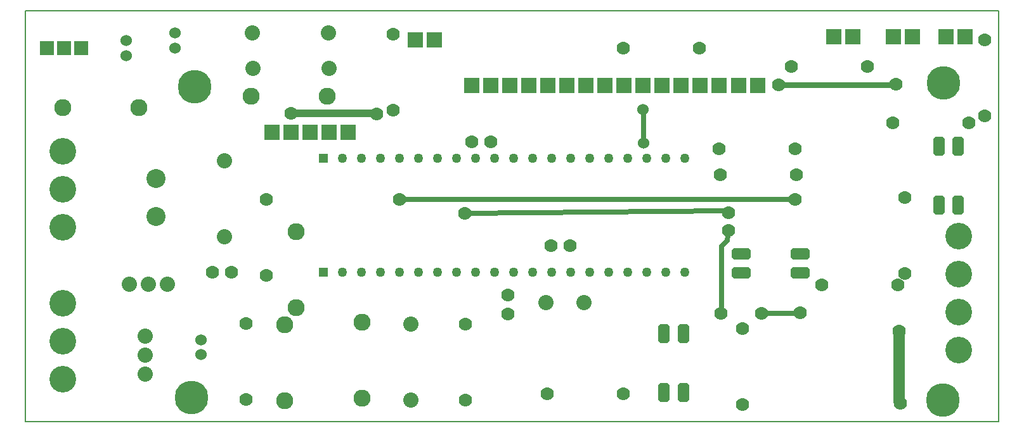
<source format=gbr>
G04 PROTEUS GERBER X2 FILE*
%TF.GenerationSoftware,Labcenter,Proteus,8.6-SP2-Build23525*%
%TF.CreationDate,2017-11-29T10:51:07+00:00*%
%TF.FileFunction,Copper,L1,Top*%
%TF.FilePolarity,Positive*%
%TF.Part,Single*%
%FSLAX45Y45*%
%MOMM*%
G01*
%TA.AperFunction,Conductor*%
%ADD10C,1.524000*%
%ADD11C,0.762000*%
%ADD12C,0.635000*%
%ADD13C,1.016000*%
%TA.AperFunction,ViaPad*%
%ADD14C,1.778000*%
%ADD15C,1.524000*%
%TA.AperFunction,ComponentPad*%
%ADD16R,1.270000X1.270000*%
%ADD17C,1.270000*%
%TA.AperFunction,ComponentPad*%
%ADD18C,3.556000*%
%TA.AperFunction,ComponentPad*%
%ADD19C,2.286000*%
%ADD70C,2.540000*%
%ADD71C,2.032000*%
%TA.AperFunction,ComponentPad*%
%ADD20R,1.905000X1.905000*%
%TA.AperFunction,ComponentPad*%
%ADD21C,1.524000*%
%ADD22C,1.778000*%
%ADD23R,2.032000X2.032000*%
%AMDIL016*
4,1,8,
-0.762000,0.965200,-0.457200,1.270000,0.457200,1.270000,0.762000,0.965200,0.762000,-0.965200,
0.457200,-1.270000,-0.457200,-1.270000,-0.762000,-0.965200,-0.762000,0.965200,
0*%
%TA.AperFunction,ComponentPad*%
%ADD24DIL016*%
%AMDIL017*
4,1,8,
-1.270000,0.457200,-0.965200,0.762000,0.965200,0.762000,1.270000,0.457200,1.270000,-0.457200,
0.965200,-0.762000,-0.965200,-0.762000,-1.270000,-0.457200,-1.270000,0.457200,
0*%
%ADD25DIL017*%
%TA.AperFunction,OtherPad,Unknown*%
%ADD26C,4.500000*%
%TA.AperFunction,Profile*%
%ADD27C,0.203200*%
%TD.AperFunction*%
D10*
X+3421061Y-2785979D02*
X+3421061Y-3736357D01*
X+3433610Y-3748906D01*
D11*
X+1807211Y+507732D02*
X+3362313Y+507732D01*
X+3373832Y+519251D01*
D12*
X+2033766Y-1024643D02*
X-3251898Y-1024643D01*
X-3253818Y-1022723D01*
D13*
X-4699000Y+124382D02*
X-3558142Y+124382D01*
X-3553607Y+119847D01*
D12*
X+10000Y-270000D02*
X+10000Y+170000D01*
X+0Y+180000D01*
X-2380000Y-1210000D02*
X+1111434Y-1177659D01*
X+1140000Y-1200000D01*
X+1140000Y-1440000D02*
X+1123949Y-1571234D01*
X+1047115Y-1648068D01*
X+1047115Y-2539625D01*
X+1040155Y-2546585D01*
X+1579578Y-2546585D02*
X+2092814Y-2546585D01*
X+2103288Y-2536111D01*
D14*
X+3421061Y-2785979D03*
X+3433610Y-3748906D03*
X+1807211Y+507732D03*
X+3373832Y+519251D03*
X-3253818Y-1022723D03*
X-3553607Y+119847D03*
D15*
X+0Y+180000D03*
D14*
X+1140000Y-1200000D03*
X+1140000Y-1440000D03*
X+1040155Y-2546585D03*
X+1579578Y-2546585D03*
X+2103288Y-2536111D03*
X+2033766Y-1024643D03*
D15*
X+10000Y-270000D03*
D14*
X-2380000Y-1210000D03*
X-4699000Y+124382D03*
D16*
X-4266000Y-2000000D03*
D17*
X-4012000Y-2000000D03*
X-3758000Y-2000000D03*
X-3504000Y-2000000D03*
X-3250000Y-2000000D03*
X-2996000Y-2000000D03*
X-2742000Y-2000000D03*
X-2488000Y-2000000D03*
X-2234000Y-2000000D03*
X-1980000Y-2000000D03*
X-1726000Y-2000000D03*
X-1472000Y-2000000D03*
X-1218000Y-2000000D03*
X-964000Y-2000000D03*
X-710000Y-2000000D03*
X-456000Y-2000000D03*
X-202000Y-2000000D03*
X+52000Y-2000000D03*
X+306000Y-2000000D03*
X+560000Y-2000000D03*
X+560000Y-476000D03*
X+306000Y-476000D03*
X+52000Y-476000D03*
X-202000Y-476000D03*
X-456000Y-476000D03*
X-710000Y-476000D03*
X-964000Y-476000D03*
X-1218000Y-476000D03*
X-1472000Y-476000D03*
X-1726000Y-476000D03*
X-1980000Y-476000D03*
X-2234000Y-476000D03*
X-2488000Y-476000D03*
X-2742000Y-476000D03*
X-2996000Y-476000D03*
X-3250000Y-476000D03*
X-3504000Y-476000D03*
X-3758000Y-476000D03*
X-4012000Y-476000D03*
D16*
X-4266000Y-476000D03*
D18*
X-7747000Y-381000D03*
X-7747000Y-889000D03*
X-7747000Y-1397000D03*
D19*
X-7750000Y+200000D03*
X-6734000Y+200000D03*
D70*
X-6500000Y-742000D03*
X-6500000Y-1250000D03*
D71*
X-5588000Y-508000D03*
X-5588000Y-1524000D03*
D20*
X-7500000Y+1000000D03*
X-7728600Y+1000000D03*
X-7957200Y+1000000D03*
D21*
X-6900000Y+1100000D03*
X-6900000Y+900000D03*
X-6250000Y+1200000D03*
X-6250000Y+1000000D03*
D71*
X-5216000Y+1200000D03*
X-4200000Y+1200000D03*
X-5207000Y+730000D03*
X-4191000Y+730000D03*
D19*
X-4220000Y+360000D03*
X-5236000Y+360000D03*
D22*
X-3340000Y+1186000D03*
X-3340000Y+170000D03*
D23*
X-3040000Y+1110000D03*
X-2786000Y+1110000D03*
D24*
X+4210000Y-310000D03*
X+3950000Y-310000D03*
X+3950000Y-1100000D03*
X+4210000Y-1100000D03*
D22*
X+4560000Y+90000D03*
X+4560000Y+1106000D03*
X+4350000Y+0D03*
X+3334000Y+0D03*
X+3500000Y-1000000D03*
X+3500000Y-2016000D03*
D23*
X+4300000Y+1150000D03*
X+4046000Y+1150000D03*
D25*
X+1310000Y-1750000D03*
X+1310000Y-2010000D03*
X+2100000Y-2010000D03*
X+2100000Y-1750000D03*
D22*
X+2384000Y-2170000D03*
X+3400000Y-2170000D03*
X+1014000Y-350000D03*
X+2030000Y-350000D03*
X+1034000Y-690000D03*
X+2050000Y-690000D03*
D23*
X+2546000Y+1150000D03*
X+2800000Y+1150000D03*
D18*
X-7747000Y-2413000D03*
X-7747000Y-2921000D03*
X-7747000Y-3429000D03*
D71*
X-6858000Y-2159000D03*
X-6604000Y-2159000D03*
X-6350000Y-2159000D03*
X-6650000Y-3358000D03*
X-6650000Y-3104000D03*
X-6650000Y-2850000D03*
D21*
X-5900000Y-2900000D03*
X-5900000Y-3100000D03*
D22*
X-5300000Y-2684000D03*
X-5300000Y-3700000D03*
D19*
X-4780000Y-2704000D03*
X-4780000Y-3720000D03*
X-4630000Y-2476000D03*
X-4630000Y-1460000D03*
X-3750000Y-3686000D03*
X-3750000Y-2670000D03*
D71*
X-3100000Y-2690000D03*
X-3100000Y-3706000D03*
D22*
X-2370000Y-2690000D03*
X-2370000Y-3706000D03*
X-5030000Y-1024000D03*
X-5030000Y-2040000D03*
X-5750000Y-2000000D03*
X-5496000Y-2000000D03*
D23*
X-4953000Y-127000D03*
X-4699000Y-127000D03*
X-4445000Y-127000D03*
X-4191000Y-127000D03*
X-3937000Y-127000D03*
D71*
X-1300000Y-2400000D03*
X-792000Y-2400000D03*
D22*
X-1800000Y-2554000D03*
X-1800000Y-2300000D03*
X-2032000Y-254000D03*
X-2286000Y-254000D03*
X-976000Y-1640000D03*
X-1230000Y-1640000D03*
D23*
X+3346000Y+1150000D03*
X+3600000Y+1150000D03*
D18*
X+4220000Y-1516000D03*
X+4220000Y-2024000D03*
X+4220000Y-2532000D03*
X+4220000Y-3040000D03*
D23*
X+1276000Y+500000D03*
X+1530000Y+500000D03*
D22*
X+1984000Y+750000D03*
X+3000000Y+750000D03*
X-266000Y+1000000D03*
X+750000Y+1000000D03*
X-1276000Y-3620000D03*
X-260000Y-3620000D03*
X+1330000Y-2754000D03*
X+1330000Y-3770000D03*
D24*
X+280000Y-3610000D03*
X+540000Y-3610000D03*
X+540000Y-2820000D03*
X+280000Y-2820000D03*
D23*
X+1012000Y+500000D03*
X+758000Y+500000D03*
X+504000Y+500000D03*
X+250000Y+500000D03*
X-4000Y+500000D03*
X-258000Y+500000D03*
X-512000Y+500000D03*
X-766000Y+500000D03*
X-1020000Y+500000D03*
X-1274000Y+500000D03*
X-1528000Y+500000D03*
X-1782000Y+500000D03*
X-2036000Y+500000D03*
X-2290000Y+500000D03*
D26*
X+4000000Y-3710000D03*
X-6030000Y-3670000D03*
X-5990000Y+480000D03*
X+4010000Y+530000D03*
D27*
X-8250000Y-4000000D02*
X+4750000Y-4000000D01*
X+4750000Y+1500000D01*
X-8250000Y+1500000D01*
X-8250000Y-4000000D01*
M02*

</source>
